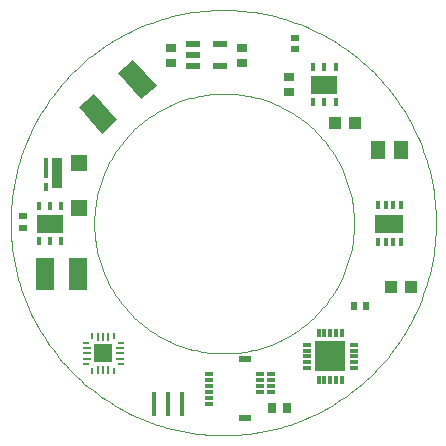
<source format=gbp>
G04 EAGLE Gerber RS-274X export*
G75*
%MOMM*%
%FSLAX35Y35*%
%LPD*%
%INsolder_paste_bottom*%
%IPPOS*%
%AMOC8*
5,1,8,0,0,1.08239X$1,22.5*%
G01*
%ADD10C,0.010000*%
%ADD11C,0.050000*%
%ADD12R,0.700000X0.900000*%
%ADD13R,1.400000X1.400000*%
%ADD14R,2.500000X2.500000*%
%ADD15R,0.300000X0.750000*%
%ADD16R,0.750000X0.300000*%
%ADD17R,2.400000X1.500000*%
%ADD18R,0.350000X0.650000*%
%ADD19R,1.300000X1.500000*%
%ADD20R,1.500000X1.500000*%
%ADD21R,0.250000X0.800000*%
%ADD22R,0.800000X0.250000*%
%ADD23R,0.550000X0.250000*%
%ADD24R,0.250000X0.550000*%
%ADD25R,0.400000X2.000000*%
%ADD26R,1.000000X1.100000*%
%ADD27R,0.700000X0.300000*%
%ADD28R,1.000000X0.600000*%
%ADD29R,3.000000X1.700000*%
%ADD30R,2.300000X1.500000*%
%ADD31R,0.460000X0.710000*%
%ADD32R,0.900000X0.700000*%
%ADD33R,0.700000X0.600000*%
%ADD34R,1.200000X0.600000*%
%ADD35R,0.650000X0.300000*%
%ADD36R,0.950000X2.500000*%
%ADD37R,0.300000X1.770000*%
%ADD38R,0.300000X0.650000*%
%ADD39R,1.600000X2.700000*%
%ADD40R,0.600000X0.700000*%


D10*
X1793375Y-42625D02*
X1793375Y57375D01*
X-1806625Y7375D02*
X-1806083Y51549D01*
X-1804457Y95697D01*
X-1801748Y139791D01*
X-1797958Y183806D01*
X-1793088Y227714D01*
X-1787143Y271490D01*
X-1780125Y315106D01*
X-1772039Y358538D01*
X-1762889Y401757D01*
X-1752681Y444739D01*
X-1741422Y487458D01*
X-1729118Y529887D01*
X-1715776Y572002D01*
X-1701404Y613777D01*
X-1686012Y655186D01*
X-1669608Y696205D01*
X-1652203Y736809D01*
X-1633806Y776974D01*
X-1614429Y816675D01*
X-1594083Y855889D01*
X-1572782Y894592D01*
X-1550536Y932760D01*
X-1527361Y970371D01*
X-1503270Y1007401D01*
X-1478278Y1043830D01*
X-1452399Y1079634D01*
X-1425649Y1114792D01*
X-1398044Y1149283D01*
X-1369601Y1183086D01*
X-1340337Y1216181D01*
X-1310270Y1248548D01*
X-1279417Y1280167D01*
X-1247798Y1311020D01*
X-1215431Y1341087D01*
X-1182336Y1370351D01*
X-1148533Y1398794D01*
X-1114042Y1426399D01*
X-1078884Y1453149D01*
X-1043080Y1479028D01*
X-1006651Y1504020D01*
X-969621Y1528111D01*
X-932010Y1551286D01*
X-893842Y1573532D01*
X-855139Y1594833D01*
X-815925Y1615179D01*
X-776224Y1634556D01*
X-736059Y1652953D01*
X-695455Y1670358D01*
X-654436Y1686762D01*
X-613027Y1702154D01*
X-571252Y1716526D01*
X-529137Y1729868D01*
X-486708Y1742172D01*
X-443989Y1753431D01*
X-401007Y1763639D01*
X-357788Y1772789D01*
X-314356Y1780875D01*
X-270740Y1787893D01*
X-226964Y1793838D01*
X-183056Y1798708D01*
X-139041Y1802498D01*
X-94947Y1805207D01*
X-50799Y1806833D01*
X-6625Y1807375D01*
X37549Y1806833D01*
X81697Y1805207D01*
X125791Y1802498D01*
X169806Y1798708D01*
X213714Y1793838D01*
X257490Y1787893D01*
X301106Y1780875D01*
X344538Y1772789D01*
X387757Y1763639D01*
X430739Y1753431D01*
X473458Y1742172D01*
X515887Y1729868D01*
X558002Y1716526D01*
X599777Y1702154D01*
X641186Y1686762D01*
X682205Y1670358D01*
X722809Y1652953D01*
X762974Y1634556D01*
X802675Y1615179D01*
X841889Y1594833D01*
X880592Y1573532D01*
X918760Y1551286D01*
X956371Y1528111D01*
X993401Y1504020D01*
X1029830Y1479028D01*
X1065634Y1453149D01*
X1100792Y1426399D01*
X1135283Y1398794D01*
X1169086Y1370351D01*
X1202181Y1341087D01*
X1234548Y1311020D01*
X1266167Y1280167D01*
X1297020Y1248548D01*
X1327087Y1216181D01*
X1356351Y1183086D01*
X1384794Y1149283D01*
X1412399Y1114792D01*
X1439149Y1079634D01*
X1465028Y1043830D01*
X1490020Y1007401D01*
X1514111Y970371D01*
X1537286Y932760D01*
X1559532Y894592D01*
X1580833Y855889D01*
X1601179Y816675D01*
X1620556Y776974D01*
X1638953Y736809D01*
X1656358Y696205D01*
X1672762Y655186D01*
X1688154Y613777D01*
X1702526Y572002D01*
X1715868Y529887D01*
X1728172Y487458D01*
X1739431Y444739D01*
X1749639Y401757D01*
X1758789Y358538D01*
X1766875Y315106D01*
X1773893Y271490D01*
X1779838Y227714D01*
X1784708Y183806D01*
X1788498Y139791D01*
X1791207Y95697D01*
X1792833Y51549D01*
X1793375Y7375D01*
X1792833Y-36799D01*
X1791207Y-80947D01*
X1788498Y-125041D01*
X1784708Y-169056D01*
X1779838Y-212964D01*
X1773893Y-256740D01*
X1766875Y-300356D01*
X1758789Y-343788D01*
X1749639Y-387007D01*
X1739431Y-429989D01*
X1728172Y-472708D01*
X1715868Y-515137D01*
X1702526Y-557252D01*
X1688154Y-599027D01*
X1672762Y-640436D01*
X1656358Y-681455D01*
X1638953Y-722059D01*
X1620556Y-762224D01*
X1601179Y-801925D01*
X1580833Y-841139D01*
X1559532Y-879842D01*
X1537286Y-918010D01*
X1514111Y-955621D01*
X1490020Y-992651D01*
X1465028Y-1029080D01*
X1439149Y-1064884D01*
X1412399Y-1100042D01*
X1384794Y-1134533D01*
X1356351Y-1168336D01*
X1327087Y-1201431D01*
X1297020Y-1233798D01*
X1266167Y-1265417D01*
X1234548Y-1296270D01*
X1202181Y-1326337D01*
X1169086Y-1355601D01*
X1135283Y-1384044D01*
X1100792Y-1411649D01*
X1065634Y-1438399D01*
X1029830Y-1464278D01*
X993401Y-1489270D01*
X956371Y-1513361D01*
X918760Y-1536536D01*
X880592Y-1558782D01*
X841889Y-1580083D01*
X802675Y-1600429D01*
X762974Y-1619806D01*
X722809Y-1638203D01*
X682205Y-1655608D01*
X641186Y-1672012D01*
X599777Y-1687404D01*
X558002Y-1701776D01*
X515887Y-1715118D01*
X473458Y-1727422D01*
X430739Y-1738681D01*
X387757Y-1748889D01*
X344538Y-1758039D01*
X301106Y-1766125D01*
X257490Y-1773143D01*
X213714Y-1779088D01*
X169806Y-1783958D01*
X125791Y-1787748D01*
X81697Y-1790457D01*
X37549Y-1792083D01*
X-6625Y-1792625D01*
X-50799Y-1792083D01*
X-94947Y-1790457D01*
X-139041Y-1787748D01*
X-183056Y-1783958D01*
X-226964Y-1779088D01*
X-270740Y-1773143D01*
X-314356Y-1766125D01*
X-357788Y-1758039D01*
X-401007Y-1748889D01*
X-443989Y-1738681D01*
X-486708Y-1727422D01*
X-529137Y-1715118D01*
X-571252Y-1701776D01*
X-613027Y-1687404D01*
X-654436Y-1672012D01*
X-695455Y-1655608D01*
X-736059Y-1638203D01*
X-776224Y-1619806D01*
X-815925Y-1600429D01*
X-855139Y-1580083D01*
X-893842Y-1558782D01*
X-932010Y-1536536D01*
X-969621Y-1513361D01*
X-1006651Y-1489270D01*
X-1043080Y-1464278D01*
X-1078884Y-1438399D01*
X-1114042Y-1411649D01*
X-1148533Y-1384044D01*
X-1182336Y-1355601D01*
X-1215431Y-1326337D01*
X-1247798Y-1296270D01*
X-1279417Y-1265417D01*
X-1310270Y-1233798D01*
X-1340337Y-1201431D01*
X-1369601Y-1168336D01*
X-1398044Y-1134533D01*
X-1425649Y-1100042D01*
X-1452399Y-1064884D01*
X-1478278Y-1029080D01*
X-1503270Y-992651D01*
X-1527361Y-955621D01*
X-1550536Y-918010D01*
X-1572782Y-879842D01*
X-1594083Y-841139D01*
X-1614429Y-801925D01*
X-1633806Y-762224D01*
X-1652203Y-722059D01*
X-1669608Y-681455D01*
X-1686012Y-640436D01*
X-1701404Y-599027D01*
X-1715776Y-557252D01*
X-1729118Y-515137D01*
X-1741422Y-472708D01*
X-1752681Y-429989D01*
X-1762889Y-387007D01*
X-1772039Y-343788D01*
X-1780125Y-300356D01*
X-1787143Y-256740D01*
X-1793088Y-212964D01*
X-1797958Y-169056D01*
X-1801748Y-125041D01*
X-1804457Y-80947D01*
X-1806083Y-36799D01*
X-1806625Y7375D01*
D11*
X-1100045Y0D02*
X-1099714Y26996D01*
X-1098720Y53977D01*
X-1097064Y80924D01*
X-1094748Y107823D01*
X-1091772Y134657D01*
X-1088139Y161410D01*
X-1083850Y188066D01*
X-1078908Y214608D01*
X-1073316Y241021D01*
X-1067078Y267289D01*
X-1060197Y293396D01*
X-1052677Y319326D01*
X-1044524Y345064D01*
X-1035741Y370594D01*
X-1026334Y395901D01*
X-1016309Y420969D01*
X-1005672Y445784D01*
X-994429Y470330D01*
X-982587Y494593D01*
X-970153Y518558D01*
X-957135Y542210D01*
X-943540Y565536D01*
X-929377Y588521D01*
X-914654Y611152D01*
X-899380Y633415D01*
X-883564Y655296D01*
X-867217Y676782D01*
X-850346Y697861D01*
X-832964Y718520D01*
X-815080Y738745D01*
X-796704Y758526D01*
X-777849Y777849D01*
X-758526Y796704D01*
X-738745Y815080D01*
X-718520Y832964D01*
X-697861Y850346D01*
X-676782Y867217D01*
X-655296Y883564D01*
X-633415Y899380D01*
X-611152Y914654D01*
X-588521Y929377D01*
X-565536Y943540D01*
X-542210Y957135D01*
X-518558Y970153D01*
X-494593Y982587D01*
X-470330Y994429D01*
X-445784Y1005672D01*
X-420969Y1016309D01*
X-395901Y1026334D01*
X-370594Y1035741D01*
X-345064Y1044524D01*
X-319326Y1052677D01*
X-293396Y1060197D01*
X-267289Y1067078D01*
X-241021Y1073316D01*
X-214608Y1078908D01*
X-188066Y1083850D01*
X-161410Y1088139D01*
X-134657Y1091772D01*
X-107823Y1094748D01*
X-80924Y1097064D01*
X-53977Y1098720D01*
X-26996Y1099714D01*
X0Y1100045D01*
X26996Y1099714D01*
X53977Y1098720D01*
X80924Y1097064D01*
X107823Y1094748D01*
X134657Y1091772D01*
X161410Y1088139D01*
X188066Y1083850D01*
X214608Y1078908D01*
X241021Y1073316D01*
X267289Y1067078D01*
X293396Y1060197D01*
X319326Y1052677D01*
X345064Y1044524D01*
X370594Y1035741D01*
X395901Y1026334D01*
X420969Y1016309D01*
X445784Y1005672D01*
X470330Y994429D01*
X494593Y982587D01*
X518558Y970153D01*
X542210Y957135D01*
X565536Y943540D01*
X588521Y929377D01*
X611152Y914654D01*
X633415Y899380D01*
X655296Y883564D01*
X676782Y867217D01*
X697861Y850346D01*
X718520Y832964D01*
X738745Y815080D01*
X758526Y796704D01*
X777849Y777849D01*
X796704Y758526D01*
X815080Y738745D01*
X832964Y718520D01*
X850346Y697861D01*
X867217Y676782D01*
X883564Y655296D01*
X899380Y633415D01*
X914654Y611152D01*
X929377Y588521D01*
X943540Y565536D01*
X957135Y542210D01*
X970153Y518558D01*
X982587Y494593D01*
X994429Y470330D01*
X1005672Y445784D01*
X1016309Y420969D01*
X1026334Y395901D01*
X1035741Y370594D01*
X1044524Y345064D01*
X1052677Y319326D01*
X1060197Y293396D01*
X1067078Y267289D01*
X1073316Y241021D01*
X1078908Y214608D01*
X1083850Y188066D01*
X1088139Y161410D01*
X1091772Y134657D01*
X1094748Y107823D01*
X1097064Y80924D01*
X1098720Y53977D01*
X1099714Y26996D01*
X1100045Y0D01*
X1099714Y-26996D01*
X1098720Y-53977D01*
X1097064Y-80924D01*
X1094748Y-107823D01*
X1091772Y-134657D01*
X1088139Y-161410D01*
X1083850Y-188066D01*
X1078908Y-214608D01*
X1073316Y-241021D01*
X1067078Y-267289D01*
X1060197Y-293396D01*
X1052677Y-319326D01*
X1044524Y-345064D01*
X1035741Y-370594D01*
X1026334Y-395901D01*
X1016309Y-420969D01*
X1005672Y-445784D01*
X994429Y-470330D01*
X982587Y-494593D01*
X970153Y-518558D01*
X957135Y-542210D01*
X943540Y-565536D01*
X929377Y-588521D01*
X914654Y-611152D01*
X899380Y-633415D01*
X883564Y-655296D01*
X867217Y-676782D01*
X850346Y-697861D01*
X832964Y-718520D01*
X815080Y-738745D01*
X796704Y-758526D01*
X777849Y-777849D01*
X758526Y-796704D01*
X738745Y-815080D01*
X718520Y-832964D01*
X697861Y-850346D01*
X676782Y-867217D01*
X655296Y-883564D01*
X633415Y-899380D01*
X611152Y-914654D01*
X588521Y-929377D01*
X565536Y-943540D01*
X542210Y-957135D01*
X518558Y-970153D01*
X494593Y-982587D01*
X470330Y-994429D01*
X445784Y-1005672D01*
X420969Y-1016309D01*
X395901Y-1026334D01*
X370594Y-1035741D01*
X345064Y-1044524D01*
X319326Y-1052677D01*
X293396Y-1060197D01*
X267289Y-1067078D01*
X241021Y-1073316D01*
X214608Y-1078908D01*
X188066Y-1083850D01*
X161410Y-1088139D01*
X134657Y-1091772D01*
X107823Y-1094748D01*
X80924Y-1097064D01*
X53977Y-1098720D01*
X26996Y-1099714D01*
X0Y-1100045D01*
X-26996Y-1099714D01*
X-53977Y-1098720D01*
X-80924Y-1097064D01*
X-107823Y-1094748D01*
X-134657Y-1091772D01*
X-161410Y-1088139D01*
X-188066Y-1083850D01*
X-214608Y-1078908D01*
X-241021Y-1073316D01*
X-267289Y-1067078D01*
X-293396Y-1060197D01*
X-319326Y-1052677D01*
X-345064Y-1044524D01*
X-370594Y-1035741D01*
X-395901Y-1026334D01*
X-420969Y-1016309D01*
X-445784Y-1005672D01*
X-470330Y-994429D01*
X-494593Y-982587D01*
X-518558Y-970153D01*
X-542210Y-957135D01*
X-565536Y-943540D01*
X-588521Y-929377D01*
X-611152Y-914654D01*
X-633415Y-899380D01*
X-655296Y-883564D01*
X-676782Y-867217D01*
X-697861Y-850346D01*
X-718520Y-832964D01*
X-738745Y-815080D01*
X-758526Y-796704D01*
X-777849Y-777849D01*
X-796704Y-758526D01*
X-815080Y-738745D01*
X-832964Y-718520D01*
X-850346Y-697861D01*
X-867217Y-676782D01*
X-883564Y-655296D01*
X-899380Y-633415D01*
X-914654Y-611152D01*
X-929377Y-588521D01*
X-943540Y-565536D01*
X-957135Y-542210D01*
X-970153Y-518558D01*
X-982587Y-494593D01*
X-994429Y-470330D01*
X-1005672Y-445784D01*
X-1016309Y-420969D01*
X-1026334Y-395901D01*
X-1035741Y-370594D01*
X-1044524Y-345064D01*
X-1052677Y-319326D01*
X-1060197Y-293396D01*
X-1067078Y-267289D01*
X-1073316Y-241021D01*
X-1078908Y-214608D01*
X-1083850Y-188066D01*
X-1088139Y-161410D01*
X-1091772Y-134657D01*
X-1094748Y-107823D01*
X-1097064Y-80924D01*
X-1098720Y-53977D01*
X-1099714Y-26996D01*
X-1100045Y0D01*
D12*
X405000Y-1565000D03*
X535000Y-1565000D03*
D13*
X-1225000Y135000D03*
X-1225000Y515000D03*
D14*
X900000Y-1125000D03*
D15*
X1000000Y-925000D03*
X950000Y-925000D03*
X900000Y-925000D03*
X850000Y-925000D03*
X800000Y-925000D03*
X800000Y-1325000D03*
X850000Y-1325000D03*
X900000Y-1325000D03*
X950000Y-1325000D03*
X1000000Y-1325000D03*
D16*
X700000Y-1225000D03*
X700000Y-1175000D03*
X700000Y-1125000D03*
X700000Y-1075000D03*
X700000Y-1025000D03*
X1100000Y-1025000D03*
X1100000Y-1075000D03*
X1100000Y-1125000D03*
X1100000Y-1175000D03*
X1100000Y-1225000D03*
D17*
X1400000Y0D03*
D18*
X1497500Y-155000D03*
X1432500Y-155000D03*
X1367500Y-155000D03*
X1302500Y-155000D03*
X1497500Y155000D03*
X1432500Y155000D03*
X1367500Y155000D03*
X1302500Y155000D03*
D19*
X1305000Y625000D03*
X1495000Y625000D03*
D20*
X-1025000Y-1100000D03*
D21*
X-980000Y-960000D03*
X-1025000Y-960000D03*
X-1070000Y-960000D03*
X-980000Y-1240000D03*
X-1025000Y-1240000D03*
X-1070000Y-1240000D03*
D22*
X-1160000Y-1145000D03*
X-1160000Y-1100000D03*
X-1160000Y-1055000D03*
X-885000Y-1145000D03*
X-885000Y-1100000D03*
X-885000Y-1055000D03*
D23*
X-873000Y-1190000D03*
D24*
X-935000Y-1252000D03*
X-935000Y-948000D03*
D23*
X-873000Y-1010000D03*
D24*
X-1115000Y-948000D03*
X-1115000Y-1252000D03*
D23*
X-1173000Y-1190000D03*
X-1173000Y-1010000D03*
D25*
X-595000Y-1525000D03*
X-475000Y-1525000D03*
X-355000Y-1525000D03*
D26*
X1411000Y-537000D03*
X1581000Y-537000D03*
D27*
X-127000Y-1425000D03*
X-127000Y-1375000D03*
X-127000Y-1325000D03*
X-127000Y-1475000D03*
X-127000Y-1525000D03*
X-127000Y-1275000D03*
D28*
X173000Y-1150000D03*
X173000Y-1650000D03*
D29*
G36*
X-699663Y1050712D02*
X-896875Y1276780D01*
X-768769Y1388534D01*
X-571557Y1162466D01*
X-699663Y1050712D01*
G37*
G36*
X-1031231Y761466D02*
X-1228443Y987534D01*
X-1100337Y1099288D01*
X-903125Y873220D01*
X-1031231Y761466D01*
G37*
D30*
X850000Y1175000D03*
D31*
X756000Y1323000D03*
X850000Y1323000D03*
X944000Y1323000D03*
X850000Y1027000D03*
X945000Y1027000D03*
X755000Y1027000D03*
D26*
X940000Y850000D03*
X1110000Y850000D03*
D32*
X550000Y1110000D03*
X550000Y1240000D03*
D33*
X600000Y1475000D03*
X600000Y1575000D03*
D32*
X-450000Y1490000D03*
X-450000Y1360000D03*
X150000Y1490000D03*
X150000Y1360000D03*
D34*
X-265000Y1425000D03*
X-265000Y1330000D03*
X-265000Y1520000D03*
X-35000Y1520000D03*
X-35000Y1330000D03*
D35*
X400000Y-1275000D03*
X400000Y-1325000D03*
X400000Y-1375000D03*
X400000Y-1425000D03*
X300000Y-1425000D03*
X300000Y-1375000D03*
X300000Y-1325000D03*
X300000Y-1275000D03*
D36*
X-1417440Y424595D03*
D37*
X-1510000Y471280D03*
D38*
X-1509660Y312390D03*
D39*
X-1515000Y-425000D03*
X-1235000Y-425000D03*
D30*
X-1475000Y0D03*
D31*
X-1381000Y-148000D03*
X-1475000Y-148000D03*
X-1569000Y-148000D03*
X-1475000Y148000D03*
X-1570000Y148000D03*
X-1380000Y148000D03*
D33*
X-1700000Y-40000D03*
X-1700000Y60000D03*
D40*
X1200000Y-700000D03*
X1100000Y-700000D03*
M02*

</source>
